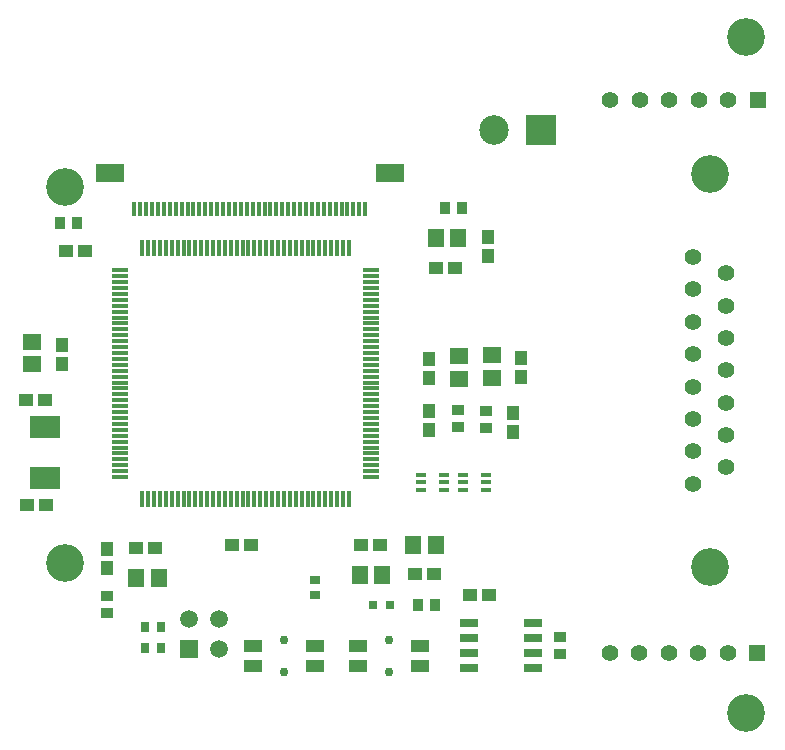
<source format=gbr>
G04*
G04 #@! TF.GenerationSoftware,Altium Limited,Altium Designer,25.1.2 (22)*
G04*
G04 Layer_Color=255*
%FSLAX25Y25*%
%MOIN*%
G70*
G04*
G04 #@! TF.SameCoordinates,B1411C34-087D-4BAB-B9BA-D0973F51CA7B*
G04*
G04*
G04 #@! TF.FilePolarity,Positive*
G04*
G01*
G75*
%ADD16R,0.03347X0.01575*%
%ADD17R,0.04134X0.03543*%
G04:AMPARAMS|DCode=18|XSize=61.02mil|YSize=23.62mil|CornerRadius=2.01mil|HoleSize=0mil|Usage=FLASHONLY|Rotation=0.000|XOffset=0mil|YOffset=0mil|HoleType=Round|Shape=RoundedRectangle|*
%AMROUNDEDRECTD18*
21,1,0.06102,0.01961,0,0,0.0*
21,1,0.05701,0.02362,0,0,0.0*
1,1,0.00402,0.02850,-0.00980*
1,1,0.00402,-0.02850,-0.00980*
1,1,0.00402,-0.02850,0.00980*
1,1,0.00402,0.02850,0.00980*
%
%ADD18ROUNDEDRECTD18*%
%ADD19R,0.03150X0.03740*%
%ADD20R,0.03543X0.04134*%
%ADD21R,0.04758X0.03985*%
%ADD22R,0.06102X0.03937*%
%ADD23R,0.03740X0.03150*%
%ADD24R,0.03150X0.03150*%
%ADD25R,0.05512X0.05906*%
%ADD26R,0.05906X0.05512*%
%ADD27R,0.03985X0.04758*%
%ADD28R,0.03347X0.01378*%
%ADD29R,0.01200X0.04700*%
%ADD30R,0.05315X0.01378*%
%ADD31R,0.01378X0.05315*%
%ADD32R,0.10236X0.07480*%
%ADD33C,0.12598*%
%ADD34R,0.09843X0.09843*%
%ADD35C,0.09843*%
%ADD36C,0.05500*%
%ADD37R,0.05512X0.05512*%
%ADD38C,0.05512*%
%ADD39C,0.05984*%
%ADD40R,0.05984X0.05984*%
%ADD41C,0.02953*%
%ADD45R,0.09400X0.06300*%
%ADD48C,0.12600*%
D16*
X558232Y337918D02*
D03*
X558232Y340477D02*
D03*
X558232Y343037D02*
D03*
X550752D02*
D03*
Y340477D02*
D03*
Y337918D02*
D03*
D17*
X548995Y358778D02*
D03*
Y364487D02*
D03*
X558262Y364351D02*
D03*
Y358642D02*
D03*
X583102Y283146D02*
D03*
Y288854D02*
D03*
X431918Y302643D02*
D03*
Y296935D02*
D03*
D18*
X574130Y293500D02*
D03*
Y288500D02*
D03*
Y283500D02*
D03*
Y278500D02*
D03*
X552870D02*
D03*
Y283500D02*
D03*
Y288500D02*
D03*
Y293500D02*
D03*
D19*
X449903Y292355D02*
D03*
X444785D02*
D03*
Y285390D02*
D03*
X449903D02*
D03*
D20*
X544666Y431984D02*
D03*
X550375D02*
D03*
X541500Y299500D02*
D03*
X535791D02*
D03*
X422124Y426911D02*
D03*
X416415D02*
D03*
D21*
X559449Y302792D02*
D03*
X553135D02*
D03*
X534684Y309810D02*
D03*
X540998D02*
D03*
X541843Y412000D02*
D03*
X548157D02*
D03*
X424830Y417693D02*
D03*
X418516D02*
D03*
X411639Y332941D02*
D03*
X405325D02*
D03*
X411295Y368059D02*
D03*
X404981D02*
D03*
X448157Y318500D02*
D03*
X441843D02*
D03*
X473843Y319500D02*
D03*
X480157D02*
D03*
X516665D02*
D03*
X522979D02*
D03*
D22*
X515665Y279153D02*
D03*
Y285846D02*
D03*
X536335Y279153D02*
D03*
Y285846D02*
D03*
X480665Y279153D02*
D03*
Y285846D02*
D03*
X501335Y279153D02*
D03*
Y285846D02*
D03*
D23*
X501500Y302941D02*
D03*
Y308059D02*
D03*
D24*
X520547Y299500D02*
D03*
X526453D02*
D03*
D25*
X516289Y309618D02*
D03*
X523769D02*
D03*
X549076Y421929D02*
D03*
X541596D02*
D03*
X534191Y319693D02*
D03*
X541671D02*
D03*
X449289Y308618D02*
D03*
X441809D02*
D03*
D26*
X549382Y375050D02*
D03*
Y382530D02*
D03*
X560225Y375271D02*
D03*
Y382751D02*
D03*
X407118Y379841D02*
D03*
Y387321D02*
D03*
D27*
X567500Y363657D02*
D03*
Y357343D02*
D03*
X539500Y364157D02*
D03*
Y357843D02*
D03*
X432124Y318143D02*
D03*
Y311829D02*
D03*
X570107Y375455D02*
D03*
Y381769D02*
D03*
X559000Y422314D02*
D03*
Y416000D02*
D03*
X417000Y379843D02*
D03*
Y386157D02*
D03*
X539500Y375343D02*
D03*
Y381657D02*
D03*
D28*
X544339Y343059D02*
D03*
Y340500D02*
D03*
Y337941D02*
D03*
X536661D02*
D03*
Y340500D02*
D03*
Y343059D02*
D03*
D29*
X518125Y431500D02*
D03*
X516150D02*
D03*
X514175D02*
D03*
X512200D02*
D03*
X510225Y431500D02*
D03*
X508250Y431500D02*
D03*
X506275D02*
D03*
X504300D02*
D03*
X502325D02*
D03*
X500350D02*
D03*
X498375D02*
D03*
X496400D02*
D03*
X494425D02*
D03*
X492450Y431500D02*
D03*
X490475Y431500D02*
D03*
X488500D02*
D03*
X486525D02*
D03*
X484550D02*
D03*
X482575D02*
D03*
X480600D02*
D03*
X478625D02*
D03*
X476650Y431500D02*
D03*
X474675Y431500D02*
D03*
X472700D02*
D03*
X470725D02*
D03*
X468750D02*
D03*
X466775Y431500D02*
D03*
X464800Y431500D02*
D03*
X462825D02*
D03*
X460850D02*
D03*
X458875D02*
D03*
X456900D02*
D03*
X454925D02*
D03*
X452950D02*
D03*
X450975D02*
D03*
X449000D02*
D03*
X447025D02*
D03*
X445050D02*
D03*
X443075D02*
D03*
X441100D02*
D03*
D30*
X436378Y411131D02*
D03*
X436378Y409163D02*
D03*
Y407194D02*
D03*
Y405226D02*
D03*
Y403257D02*
D03*
Y401289D02*
D03*
Y399320D02*
D03*
X436378Y397352D02*
D03*
Y395383D02*
D03*
X436378Y393415D02*
D03*
Y391446D02*
D03*
Y389478D02*
D03*
Y387509D02*
D03*
Y385541D02*
D03*
X436378Y383572D02*
D03*
X436378Y381604D02*
D03*
Y379635D02*
D03*
Y377667D02*
D03*
Y375698D02*
D03*
Y373730D02*
D03*
Y371761D02*
D03*
X436378Y369793D02*
D03*
X436378Y367824D02*
D03*
Y365856D02*
D03*
Y363887D02*
D03*
Y361918D02*
D03*
Y359950D02*
D03*
X436378Y357981D02*
D03*
Y356013D02*
D03*
X436378Y354045D02*
D03*
Y352076D02*
D03*
Y350108D02*
D03*
Y348139D02*
D03*
Y346170D02*
D03*
Y344202D02*
D03*
X436378Y342233D02*
D03*
X520039D02*
D03*
X520039Y344202D02*
D03*
Y346170D02*
D03*
Y348139D02*
D03*
Y350108D02*
D03*
Y352076D02*
D03*
Y354045D02*
D03*
X520039Y356013D02*
D03*
Y357981D02*
D03*
X520039Y359950D02*
D03*
Y361918D02*
D03*
Y363887D02*
D03*
Y365856D02*
D03*
Y367824D02*
D03*
X520039Y369793D02*
D03*
X520039Y371761D02*
D03*
Y373730D02*
D03*
Y375698D02*
D03*
Y377667D02*
D03*
Y379635D02*
D03*
Y381604D02*
D03*
X520039Y383572D02*
D03*
X520039Y385541D02*
D03*
Y387509D02*
D03*
Y389478D02*
D03*
Y391446D02*
D03*
Y393415D02*
D03*
X520039Y395383D02*
D03*
Y397352D02*
D03*
X520039Y399320D02*
D03*
Y401289D02*
D03*
Y403257D02*
D03*
Y405226D02*
D03*
Y407194D02*
D03*
Y409163D02*
D03*
X520039Y411131D02*
D03*
D31*
X443760Y334852D02*
D03*
X445728Y334852D02*
D03*
X447697D02*
D03*
X449665D02*
D03*
X451634D02*
D03*
X453602D02*
D03*
X455571D02*
D03*
X457539Y334852D02*
D03*
X459508D02*
D03*
X461476Y334852D02*
D03*
X463445D02*
D03*
X465413D02*
D03*
X467382D02*
D03*
X469350D02*
D03*
X471319Y334852D02*
D03*
X473287Y334852D02*
D03*
X475256D02*
D03*
X477224D02*
D03*
X479193D02*
D03*
X481161D02*
D03*
X483130D02*
D03*
X485098Y334852D02*
D03*
X487067Y334852D02*
D03*
X489035D02*
D03*
X491004D02*
D03*
X492972D02*
D03*
X494941D02*
D03*
X496909Y334852D02*
D03*
X498878D02*
D03*
X500846Y334852D02*
D03*
X502815D02*
D03*
X504783D02*
D03*
X506752D02*
D03*
X508720D02*
D03*
X510689D02*
D03*
X512657Y334852D02*
D03*
Y418513D02*
D03*
X510689Y418513D02*
D03*
X508720D02*
D03*
X506752D02*
D03*
X504783D02*
D03*
X502815D02*
D03*
X500846D02*
D03*
X498878Y418513D02*
D03*
X496909D02*
D03*
X494941Y418513D02*
D03*
X492972D02*
D03*
X491004D02*
D03*
X489035D02*
D03*
X487067D02*
D03*
X485098Y418513D02*
D03*
X483130Y418513D02*
D03*
X481161D02*
D03*
X479193D02*
D03*
X477224D02*
D03*
X475256D02*
D03*
X473287D02*
D03*
X471319Y418513D02*
D03*
X469350Y418513D02*
D03*
X467382D02*
D03*
X465413D02*
D03*
X463445D02*
D03*
X461476D02*
D03*
X459508Y418513D02*
D03*
X457539D02*
D03*
X455571Y418513D02*
D03*
X453602D02*
D03*
X451634D02*
D03*
X449665D02*
D03*
X447697D02*
D03*
X445728D02*
D03*
X443760Y418513D02*
D03*
D32*
X411530Y342035D02*
D03*
Y358965D02*
D03*
D33*
X418063Y313466D02*
D03*
X645000Y263500D02*
D03*
Y489000D02*
D03*
X418000Y439000D02*
D03*
D34*
X576563Y458005D02*
D03*
D35*
X560972D02*
D03*
D36*
X638500Y410150D02*
D03*
Y399362D02*
D03*
Y388575D02*
D03*
Y377787D02*
D03*
Y367000D02*
D03*
Y356213D02*
D03*
Y345425D02*
D03*
X627319Y415543D02*
D03*
Y404756D02*
D03*
Y393969D02*
D03*
Y383181D02*
D03*
Y372394D02*
D03*
Y361606D02*
D03*
Y350819D02*
D03*
Y340032D02*
D03*
D37*
X649000Y468000D02*
D03*
X648842Y283500D02*
D03*
D38*
X639157Y468000D02*
D03*
X629315D02*
D03*
X619472D02*
D03*
X609630D02*
D03*
X599787D02*
D03*
X599630Y283500D02*
D03*
X609472D02*
D03*
X619315Y283500D02*
D03*
X629157D02*
D03*
X639000Y283500D02*
D03*
D39*
X469500Y285000D02*
D03*
Y295000D02*
D03*
X459500D02*
D03*
D40*
Y285000D02*
D03*
D41*
X526000Y277087D02*
D03*
Y287913D02*
D03*
X491000Y277087D02*
D03*
Y287913D02*
D03*
D45*
X526263Y443700D02*
D03*
X432963Y443700D02*
D03*
D48*
X632909Y443378D02*
D03*
Y312197D02*
D03*
M02*

</source>
